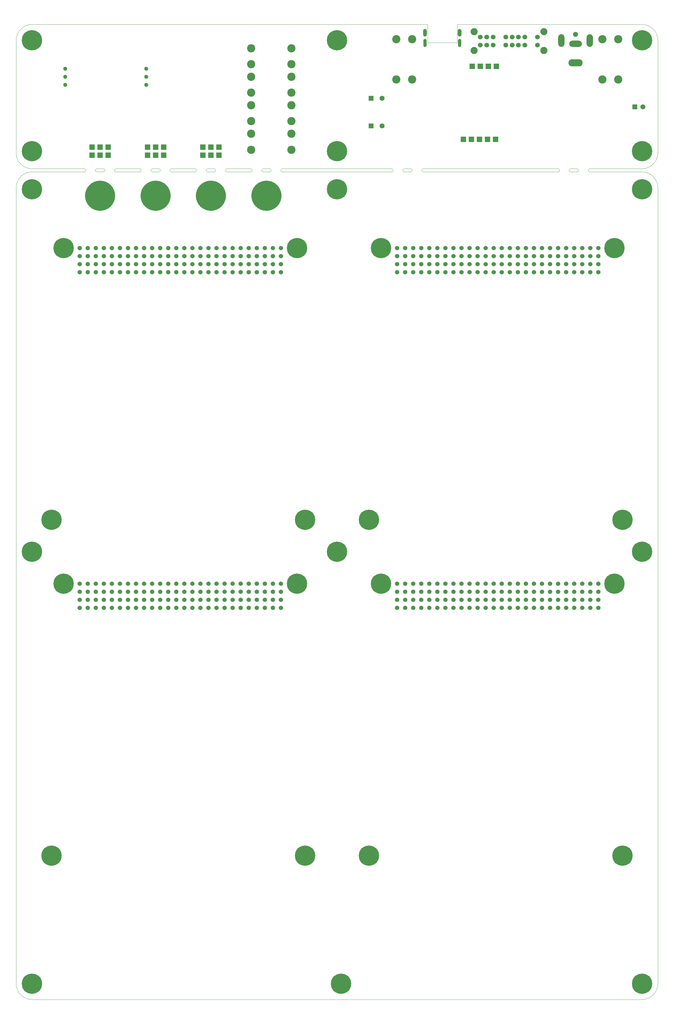
<source format=gbr>
G04 #@! TF.GenerationSoftware,KiCad,Pcbnew,(5.1.6)-1*
G04 #@! TF.CreationDate,2020-08-26T11:46:56+02:00*
G04 #@! TF.ProjectId,element_foxtrot,656c656d-656e-4745-9f66-6f7874726f74,v1.0*
G04 #@! TF.SameCoordinates,Original*
G04 #@! TF.FileFunction,Soldermask,Bot*
G04 #@! TF.FilePolarity,Negative*
%FSLAX46Y46*%
G04 Gerber Fmt 4.6, Leading zero omitted, Abs format (unit mm)*
G04 Created by KiCad (PCBNEW (5.1.6)-1) date 2020-08-26 11:46:56*
%MOMM*%
%LPD*%
G01*
G04 APERTURE LIST*
G04 #@! TA.AperFunction,Profile*
%ADD10C,0.050000*%
G04 #@! TD*
%ADD11C,1.500000*%
%ADD12C,2.250000*%
%ADD13C,1.300000*%
%ADD14C,1.365000*%
%ADD15C,0.800000*%
%ADD16C,6.400000*%
%ADD17R,1.750000X1.750000*%
%ADD18O,1.100000X2.550000*%
%ADD19O,1.200000X2.400000*%
%ADD20C,2.600000*%
%ADD21C,1.600000*%
%ADD22R,1.600000X1.600000*%
%ADD23O,4.500000X2.250000*%
%ADD24O,4.000000X2.000000*%
%ADD25O,2.000000X4.000000*%
%ADD26C,9.520000*%
G04 APERTURE END LIST*
D10*
X109000000Y-79000000D02*
X143500000Y-79000000D01*
X143500000Y-78000000D02*
X109000000Y-78000000D01*
X200000000Y-79000000D02*
X202000000Y-79000000D01*
X196000000Y-78000000D02*
X153500000Y-78000000D01*
X147500000Y-79000000D02*
G75*
G02*
X147500000Y-78000000I0J500000D01*
G01*
X153500000Y-79000000D02*
X196000000Y-79000000D01*
X200000000Y-79000000D02*
G75*
G02*
X200000000Y-78000000I0J500000D01*
G01*
X147500000Y-79000000D02*
X149500000Y-79000000D01*
X196000000Y-78000000D02*
G75*
G02*
X196000000Y-79000000I0J-500000D01*
G01*
X143500000Y-78000000D02*
G75*
G02*
X143500000Y-79000000I0J-500000D01*
G01*
X202000000Y-78000000D02*
G75*
G02*
X202000000Y-79000000I0J-500000D01*
G01*
X206000000Y-79000000D02*
G75*
G02*
X206000000Y-78000000I0J500000D01*
G01*
X153500000Y-79000000D02*
G75*
G02*
X153500000Y-78000000I0J500000D01*
G01*
X206000000Y-79000000D02*
X222500000Y-79000000D01*
X222500000Y-78000000D02*
X206000000Y-78000000D01*
X149500000Y-78000000D02*
G75*
G02*
X149500000Y-79000000I0J-500000D01*
G01*
X149500000Y-78000000D02*
X147500000Y-78000000D01*
X202000000Y-78000000D02*
X200000000Y-78000000D01*
X25000000Y-84000000D02*
G75*
G02*
X30000000Y-79000000I5000000J0D01*
G01*
X30000000Y-78000000D02*
G75*
G02*
X25000000Y-73000000I0J5000000D01*
G01*
X227500000Y-335000000D02*
G75*
G02*
X222500000Y-340000000I-5000000J0D01*
G01*
X30000000Y-340000000D02*
G75*
G02*
X25000000Y-335000000I0J5000000D01*
G01*
X99000000Y-78000000D02*
G75*
G02*
X99000000Y-79000000I0J-500000D01*
G01*
X99000000Y-78000000D02*
X91500000Y-78000000D01*
X91500000Y-79000000D02*
G75*
G02*
X91500000Y-78000000I0J500000D01*
G01*
X91500000Y-79000000D02*
X99000000Y-79000000D01*
X81500000Y-78000000D02*
X74000000Y-78000000D01*
X81500000Y-78000000D02*
G75*
G02*
X81500000Y-79000000I0J-500000D01*
G01*
X74000000Y-79000000D02*
G75*
G02*
X74000000Y-78000000I0J500000D01*
G01*
X74000000Y-79000000D02*
X81500000Y-79000000D01*
X50500000Y-79000000D02*
X52500000Y-79000000D01*
X70000000Y-78000000D02*
X68000000Y-78000000D01*
X56500000Y-79000000D02*
X64000000Y-79000000D01*
X68000000Y-79000000D02*
X70000000Y-79000000D01*
X46500000Y-78000000D02*
G75*
G02*
X46500000Y-79000000I0J-500000D01*
G01*
X70000000Y-78000000D02*
G75*
G02*
X70000000Y-79000000I0J-500000D01*
G01*
X52500000Y-78000000D02*
X50500000Y-78000000D01*
X85500000Y-79000000D02*
X87500000Y-79000000D01*
X50500000Y-79000000D02*
G75*
G02*
X50500000Y-78000000I0J500000D01*
G01*
X87500000Y-78000000D02*
X85500000Y-78000000D01*
X68000000Y-79000000D02*
G75*
G02*
X68000000Y-78000000I0J500000D01*
G01*
X46500000Y-78000000D02*
X30000000Y-78000000D01*
X64000000Y-78000000D02*
G75*
G02*
X64000000Y-79000000I0J-500000D01*
G01*
X56500000Y-79000000D02*
G75*
G02*
X56500000Y-78000000I0J500000D01*
G01*
X64000000Y-78000000D02*
X56500000Y-78000000D01*
X30000000Y-79000000D02*
X46500000Y-79000000D01*
X109000000Y-79000000D02*
G75*
G02*
X109000000Y-78000000I0J500000D01*
G01*
X103000000Y-79000000D02*
G75*
G02*
X103000000Y-78000000I0J500000D01*
G01*
X103000000Y-79000000D02*
X105000000Y-79000000D01*
X105000000Y-78000000D02*
X103000000Y-78000000D01*
X52500000Y-78000000D02*
G75*
G02*
X52500000Y-79000000I0J-500000D01*
G01*
X87500000Y-78000000D02*
G75*
G02*
X87500000Y-79000000I0J-500000D01*
G01*
X85500000Y-79000000D02*
G75*
G02*
X85500000Y-78000000I0J500000D01*
G01*
X105000000Y-78000000D02*
G75*
G02*
X105000000Y-79000000I0J-500000D01*
G01*
X25000000Y-73000000D02*
X25000000Y-37500000D01*
X25000000Y-37500000D02*
G75*
G02*
X30000000Y-32500000I5000000J0D01*
G01*
X227500000Y-84000000D02*
X227500000Y-335000000D01*
X222500000Y-79000000D02*
G75*
G02*
X227500000Y-84000000I0J-5000000D01*
G01*
X227500000Y-73000000D02*
G75*
G02*
X222500000Y-78000000I-5000000J0D01*
G01*
X222500000Y-32500000D02*
G75*
G02*
X227500000Y-37500000I0J-5000000D01*
G01*
X154830000Y-38220000D02*
X154830000Y-32500000D01*
X164180000Y-38220000D02*
X154830000Y-38220000D01*
X164180000Y-32500000D02*
X164180000Y-38220000D01*
X164180000Y-32500000D02*
X222500000Y-32500000D01*
X30000000Y-32500000D02*
X154830000Y-32500000D01*
X25000000Y-335000000D02*
X25000000Y-84000000D01*
X222500000Y-340000000D02*
X30000000Y-340000000D01*
X227500000Y-37500000D02*
X227500000Y-73000000D01*
D11*
X189500000Y-36500000D03*
X185500000Y-36500000D03*
X183500000Y-36500000D03*
X181500000Y-36500000D03*
X179500000Y-36500000D03*
X175500000Y-36500000D03*
X173500000Y-36500000D03*
X171500000Y-36500000D03*
X189500000Y-39000000D03*
X185500000Y-39000000D03*
X183500000Y-39000000D03*
X181500000Y-39000000D03*
X179500000Y-39000000D03*
X175500000Y-39000000D03*
X173500000Y-39000000D03*
X171500000Y-39000000D03*
D12*
X191500000Y-40750000D03*
X191500000Y-34750000D03*
X169500000Y-34750000D03*
X169500000Y-40750000D03*
D13*
X40480000Y-51590000D03*
X40480000Y-49050000D03*
X40480000Y-46510000D03*
X66040000Y-51590000D03*
X66040000Y-49050000D03*
X66040000Y-46510000D03*
D14*
X185865000Y-216515000D03*
X193485000Y-213975000D03*
X150305000Y-213975000D03*
X152845000Y-216515000D03*
X157925000Y-216515000D03*
X196025000Y-213975000D03*
X160465000Y-216515000D03*
X198565000Y-213975000D03*
X160465000Y-213975000D03*
X163005000Y-213975000D03*
X168085000Y-216515000D03*
X175705000Y-216515000D03*
X190945000Y-213975000D03*
X165545000Y-213975000D03*
X165545000Y-216515000D03*
X203645000Y-216515000D03*
X188405000Y-216515000D03*
X206185000Y-216515000D03*
X173165000Y-216515000D03*
X175705000Y-213975000D03*
X183325000Y-213975000D03*
X152845000Y-213975000D03*
X203645000Y-213975000D03*
X145225000Y-213975000D03*
X201105000Y-213975000D03*
X147765000Y-213975000D03*
X180785000Y-213975000D03*
X196025000Y-216515000D03*
X180785000Y-216515000D03*
X185865000Y-213975000D03*
X163005000Y-216515000D03*
X157925000Y-213975000D03*
X178245000Y-216515000D03*
X170625000Y-216515000D03*
X155385000Y-216515000D03*
X170625000Y-213975000D03*
X193485000Y-216515000D03*
X150305000Y-216515000D03*
X206185000Y-213975000D03*
X208725000Y-216515000D03*
X188405000Y-213975000D03*
X201105000Y-216515000D03*
X190945000Y-216515000D03*
X145225000Y-216515000D03*
X155385000Y-213975000D03*
X178245000Y-213975000D03*
X183325000Y-216515000D03*
X173165000Y-213975000D03*
X208725000Y-213975000D03*
X198565000Y-216515000D03*
X147765000Y-216515000D03*
X168085000Y-213975000D03*
X185865000Y-211435000D03*
X193485000Y-208895000D03*
X150305000Y-208895000D03*
X152845000Y-211435000D03*
X157925000Y-211435000D03*
X196025000Y-208895000D03*
X160465000Y-211435000D03*
X198565000Y-208895000D03*
X160465000Y-208895000D03*
X163005000Y-208895000D03*
X168085000Y-211435000D03*
X175705000Y-211435000D03*
X190945000Y-208895000D03*
X165545000Y-208895000D03*
X165545000Y-211435000D03*
X203645000Y-211435000D03*
X188405000Y-211435000D03*
X206185000Y-211435000D03*
X173165000Y-211435000D03*
X175705000Y-208895000D03*
X183325000Y-208895000D03*
X152845000Y-208895000D03*
X203645000Y-208895000D03*
X145225000Y-208895000D03*
X201105000Y-208895000D03*
X147765000Y-208895000D03*
X180785000Y-208895000D03*
X196025000Y-211435000D03*
X180785000Y-211435000D03*
X185865000Y-208895000D03*
X163005000Y-211435000D03*
X157925000Y-208895000D03*
X178245000Y-211435000D03*
X170625000Y-211435000D03*
X155385000Y-211435000D03*
X170625000Y-208895000D03*
X193485000Y-211435000D03*
X150305000Y-211435000D03*
X206185000Y-208895000D03*
X208725000Y-211435000D03*
X188405000Y-208895000D03*
X201105000Y-211435000D03*
X190945000Y-211435000D03*
X145225000Y-211435000D03*
X155385000Y-208895000D03*
X178245000Y-208895000D03*
X183325000Y-211435000D03*
X173165000Y-208895000D03*
X208725000Y-208895000D03*
X198565000Y-211435000D03*
X147765000Y-211435000D03*
X168085000Y-208895000D03*
D15*
X216345000Y-292220000D03*
X218042056Y-292922944D03*
X216345000Y-297020000D03*
X214647944Y-296317056D03*
X213945000Y-294620000D03*
X218745000Y-294620000D03*
X218042056Y-296317056D03*
X136335000Y-292220000D03*
X214647944Y-292922944D03*
D16*
X216345000Y-294620000D03*
D15*
X138032056Y-292922944D03*
X138032056Y-296317056D03*
X136335000Y-297020000D03*
X134637944Y-292922944D03*
X133935000Y-294620000D03*
X134637944Y-296317056D03*
D16*
X136335000Y-294620000D03*
D15*
X138735000Y-294620000D03*
X216205000Y-208895000D03*
X215502056Y-210592056D03*
X213805000Y-206495000D03*
X212107944Y-210592056D03*
X211405000Y-208895000D03*
X215502056Y-207197944D03*
X213805000Y-211295000D03*
X212107944Y-207197944D03*
D16*
X213805000Y-208895000D03*
D15*
X141842056Y-207197944D03*
X138447944Y-207197944D03*
X137745000Y-208895000D03*
X138447944Y-210592056D03*
D16*
X140145000Y-208895000D03*
D15*
X140145000Y-211295000D03*
X140145000Y-206495000D03*
X141842056Y-210592056D03*
X142545000Y-208895000D03*
D14*
X85695000Y-110635000D03*
X93315000Y-108095000D03*
X50135000Y-108095000D03*
X52675000Y-110635000D03*
X57755000Y-110635000D03*
X95855000Y-108095000D03*
X60295000Y-110635000D03*
X98395000Y-108095000D03*
X60295000Y-108095000D03*
X62835000Y-108095000D03*
X67915000Y-110635000D03*
X75535000Y-110635000D03*
X90775000Y-108095000D03*
X65375000Y-108095000D03*
X65375000Y-110635000D03*
X103475000Y-110635000D03*
X88235000Y-110635000D03*
X106015000Y-110635000D03*
X72995000Y-110635000D03*
X75535000Y-108095000D03*
X83155000Y-108095000D03*
X52675000Y-108095000D03*
X103475000Y-108095000D03*
X45055000Y-108095000D03*
X100935000Y-108095000D03*
X47595000Y-108095000D03*
X80615000Y-108095000D03*
X95855000Y-110635000D03*
X80615000Y-110635000D03*
X85695000Y-108095000D03*
X62835000Y-110635000D03*
X57755000Y-108095000D03*
X78075000Y-110635000D03*
X70455000Y-110635000D03*
X55215000Y-110635000D03*
X70455000Y-108095000D03*
X93315000Y-110635000D03*
X50135000Y-110635000D03*
X106015000Y-108095000D03*
X108555000Y-110635000D03*
X88235000Y-108095000D03*
X100935000Y-110635000D03*
X90775000Y-110635000D03*
X45055000Y-110635000D03*
X55215000Y-108095000D03*
X78075000Y-108095000D03*
X83155000Y-110635000D03*
X72995000Y-108095000D03*
X108555000Y-108095000D03*
X98395000Y-110635000D03*
X47595000Y-110635000D03*
X67915000Y-108095000D03*
X85695000Y-105555000D03*
X93315000Y-103015000D03*
X50135000Y-103015000D03*
X52675000Y-105555000D03*
X57755000Y-105555000D03*
X95855000Y-103015000D03*
X60295000Y-105555000D03*
X98395000Y-103015000D03*
X60295000Y-103015000D03*
X62835000Y-103015000D03*
X67915000Y-105555000D03*
X75535000Y-105555000D03*
X90775000Y-103015000D03*
X65375000Y-103015000D03*
X65375000Y-105555000D03*
X103475000Y-105555000D03*
X88235000Y-105555000D03*
X106015000Y-105555000D03*
X72995000Y-105555000D03*
X75535000Y-103015000D03*
X83155000Y-103015000D03*
X52675000Y-103015000D03*
X103475000Y-103015000D03*
X45055000Y-103015000D03*
X100935000Y-103015000D03*
X47595000Y-103015000D03*
X80615000Y-103015000D03*
X95855000Y-105555000D03*
X80615000Y-105555000D03*
X85695000Y-103015000D03*
X62835000Y-105555000D03*
X57755000Y-103015000D03*
X78075000Y-105555000D03*
X70455000Y-105555000D03*
X55215000Y-105555000D03*
X70455000Y-103015000D03*
X93315000Y-105555000D03*
X50135000Y-105555000D03*
X106015000Y-103015000D03*
X108555000Y-105555000D03*
X88235000Y-103015000D03*
X100935000Y-105555000D03*
X90775000Y-105555000D03*
X45055000Y-105555000D03*
X55215000Y-103015000D03*
X78075000Y-103015000D03*
X83155000Y-105555000D03*
X72995000Y-103015000D03*
X108555000Y-103015000D03*
X98395000Y-105555000D03*
X47595000Y-105555000D03*
X67915000Y-103015000D03*
D15*
X116175000Y-186340000D03*
X117872056Y-187042944D03*
X116175000Y-191140000D03*
X114477944Y-190437056D03*
X113775000Y-188740000D03*
X118575000Y-188740000D03*
X117872056Y-190437056D03*
X36165000Y-186340000D03*
X114477944Y-187042944D03*
D16*
X116175000Y-188740000D03*
D15*
X37862056Y-187042944D03*
X37862056Y-190437056D03*
X36165000Y-191140000D03*
X34467944Y-187042944D03*
X33765000Y-188740000D03*
X34467944Y-190437056D03*
D16*
X36165000Y-188740000D03*
D15*
X38565000Y-188740000D03*
X116035000Y-103015000D03*
X115332056Y-104712056D03*
X113635000Y-100615000D03*
X111937944Y-104712056D03*
X111235000Y-103015000D03*
X115332056Y-101317944D03*
X113635000Y-105415000D03*
X111937944Y-101317944D03*
D16*
X113635000Y-103015000D03*
D15*
X41672056Y-101317944D03*
X38277944Y-101317944D03*
X37575000Y-103015000D03*
X38277944Y-104712056D03*
D16*
X39975000Y-103015000D03*
D15*
X39975000Y-105415000D03*
X39975000Y-100615000D03*
X41672056Y-104712056D03*
X42375000Y-103015000D03*
D16*
X222500000Y-335000000D03*
D15*
X224900000Y-335000000D03*
X224197056Y-336697056D03*
X222500000Y-337400000D03*
X220802944Y-336697056D03*
X220100000Y-335000000D03*
X220802944Y-333302944D03*
X222500000Y-332600000D03*
X224197056Y-333302944D03*
D16*
X127500000Y-335000000D03*
D15*
X129900000Y-335000000D03*
X129197056Y-336697056D03*
X127500000Y-337400000D03*
X125802944Y-336697056D03*
X125100000Y-335000000D03*
X125802944Y-333302944D03*
X127500000Y-332600000D03*
X129197056Y-333302944D03*
D16*
X30000000Y-335000000D03*
D15*
X32400000Y-335000000D03*
X31697056Y-336697056D03*
X30000000Y-337400000D03*
X28302944Y-336697056D03*
X27600000Y-335000000D03*
X28302944Y-333302944D03*
X30000000Y-332600000D03*
X31697056Y-333302944D03*
D14*
X185865000Y-110635000D03*
X193485000Y-108095000D03*
X150305000Y-108095000D03*
X152845000Y-110635000D03*
X157925000Y-110635000D03*
X196025000Y-108095000D03*
X160465000Y-110635000D03*
X198565000Y-108095000D03*
X160465000Y-108095000D03*
X163005000Y-108095000D03*
X168085000Y-110635000D03*
X175705000Y-110635000D03*
X190945000Y-108095000D03*
X165545000Y-108095000D03*
X165545000Y-110635000D03*
X203645000Y-110635000D03*
X188405000Y-110635000D03*
X206185000Y-110635000D03*
X173165000Y-110635000D03*
X175705000Y-108095000D03*
X183325000Y-108095000D03*
X152845000Y-108095000D03*
X203645000Y-108095000D03*
X145225000Y-108095000D03*
X201105000Y-108095000D03*
X147765000Y-108095000D03*
X180785000Y-108095000D03*
X196025000Y-110635000D03*
X180785000Y-110635000D03*
X185865000Y-108095000D03*
X163005000Y-110635000D03*
X157925000Y-108095000D03*
X178245000Y-110635000D03*
X170625000Y-110635000D03*
X155385000Y-110635000D03*
X170625000Y-108095000D03*
X193485000Y-110635000D03*
X150305000Y-110635000D03*
X206185000Y-108095000D03*
X208725000Y-110635000D03*
X188405000Y-108095000D03*
X201105000Y-110635000D03*
X190945000Y-110635000D03*
X145225000Y-110635000D03*
X155385000Y-108095000D03*
X178245000Y-108095000D03*
X183325000Y-110635000D03*
X173165000Y-108095000D03*
X208725000Y-108095000D03*
X198565000Y-110635000D03*
X147765000Y-110635000D03*
X168085000Y-108095000D03*
X185865000Y-105555000D03*
X193485000Y-103015000D03*
X150305000Y-103015000D03*
X152845000Y-105555000D03*
X157925000Y-105555000D03*
X196025000Y-103015000D03*
X160465000Y-105555000D03*
X198565000Y-103015000D03*
X160465000Y-103015000D03*
X163005000Y-103015000D03*
X168085000Y-105555000D03*
X175705000Y-105555000D03*
X190945000Y-103015000D03*
X165545000Y-103015000D03*
X165545000Y-105555000D03*
X203645000Y-105555000D03*
X188405000Y-105555000D03*
X206185000Y-105555000D03*
X173165000Y-105555000D03*
X175705000Y-103015000D03*
X183325000Y-103015000D03*
X152845000Y-103015000D03*
X203645000Y-103015000D03*
X145225000Y-103015000D03*
X201105000Y-103015000D03*
X147765000Y-103015000D03*
X180785000Y-103015000D03*
X196025000Y-105555000D03*
X180785000Y-105555000D03*
X185865000Y-103015000D03*
X163005000Y-105555000D03*
X157925000Y-103015000D03*
X178245000Y-105555000D03*
X170625000Y-105555000D03*
X155385000Y-105555000D03*
X170625000Y-103015000D03*
X193485000Y-105555000D03*
X150305000Y-105555000D03*
X206185000Y-103015000D03*
X208725000Y-105555000D03*
X188405000Y-103015000D03*
X201105000Y-105555000D03*
X190945000Y-105555000D03*
X145225000Y-105555000D03*
X155385000Y-103015000D03*
X178245000Y-103015000D03*
X183325000Y-105555000D03*
X173165000Y-103015000D03*
X208725000Y-103015000D03*
X198565000Y-105555000D03*
X147765000Y-105555000D03*
X168085000Y-103015000D03*
D15*
X216345000Y-186340000D03*
X218042056Y-187042944D03*
X216345000Y-191140000D03*
X214647944Y-190437056D03*
X213945000Y-188740000D03*
X218745000Y-188740000D03*
X218042056Y-190437056D03*
X136335000Y-186340000D03*
X214647944Y-187042944D03*
D16*
X216345000Y-188740000D03*
D15*
X138032056Y-187042944D03*
X138032056Y-190437056D03*
X136335000Y-191140000D03*
X134637944Y-187042944D03*
X133935000Y-188740000D03*
X134637944Y-190437056D03*
D16*
X136335000Y-188740000D03*
D15*
X138735000Y-188740000D03*
X216205000Y-103015000D03*
X215502056Y-104712056D03*
X213805000Y-100615000D03*
X212107944Y-104712056D03*
X211405000Y-103015000D03*
X215502056Y-101317944D03*
X213805000Y-105415000D03*
X212107944Y-101317944D03*
D16*
X213805000Y-103015000D03*
D15*
X141842056Y-101317944D03*
X138447944Y-101317944D03*
X137745000Y-103015000D03*
X138447944Y-104712056D03*
D16*
X140145000Y-103015000D03*
D15*
X140145000Y-105415000D03*
X140145000Y-100615000D03*
X141842056Y-104712056D03*
X142545000Y-103015000D03*
D14*
X85695000Y-216515000D03*
X93315000Y-213975000D03*
X50135000Y-213975000D03*
X52675000Y-216515000D03*
X57755000Y-216515000D03*
X95855000Y-213975000D03*
X60295000Y-216515000D03*
X98395000Y-213975000D03*
X60295000Y-213975000D03*
X62835000Y-213975000D03*
X67915000Y-216515000D03*
X75535000Y-216515000D03*
X90775000Y-213975000D03*
X65375000Y-213975000D03*
X65375000Y-216515000D03*
X103475000Y-216515000D03*
X88235000Y-216515000D03*
X106015000Y-216515000D03*
X72995000Y-216515000D03*
X75535000Y-213975000D03*
X83155000Y-213975000D03*
X52675000Y-213975000D03*
X103475000Y-213975000D03*
X45055000Y-213975000D03*
X100935000Y-213975000D03*
X47595000Y-213975000D03*
X80615000Y-213975000D03*
X95855000Y-216515000D03*
X80615000Y-216515000D03*
X85695000Y-213975000D03*
X62835000Y-216515000D03*
X57755000Y-213975000D03*
X78075000Y-216515000D03*
X70455000Y-216515000D03*
X55215000Y-216515000D03*
X70455000Y-213975000D03*
X93315000Y-216515000D03*
X50135000Y-216515000D03*
X106015000Y-213975000D03*
X108555000Y-216515000D03*
X88235000Y-213975000D03*
X100935000Y-216515000D03*
X90775000Y-216515000D03*
X45055000Y-216515000D03*
X55215000Y-213975000D03*
X78075000Y-213975000D03*
X83155000Y-216515000D03*
X72995000Y-213975000D03*
X108555000Y-213975000D03*
X98395000Y-216515000D03*
X47595000Y-216515000D03*
X67915000Y-213975000D03*
X85695000Y-211435000D03*
X93315000Y-208895000D03*
X50135000Y-208895000D03*
X52675000Y-211435000D03*
X57755000Y-211435000D03*
X95855000Y-208895000D03*
X60295000Y-211435000D03*
X98395000Y-208895000D03*
X60295000Y-208895000D03*
X62835000Y-208895000D03*
X67915000Y-211435000D03*
X75535000Y-211435000D03*
X90775000Y-208895000D03*
X65375000Y-208895000D03*
X65375000Y-211435000D03*
X103475000Y-211435000D03*
X88235000Y-211435000D03*
X106015000Y-211435000D03*
X72995000Y-211435000D03*
X75535000Y-208895000D03*
X83155000Y-208895000D03*
X52675000Y-208895000D03*
X103475000Y-208895000D03*
X45055000Y-208895000D03*
X100935000Y-208895000D03*
X47595000Y-208895000D03*
X80615000Y-208895000D03*
X95855000Y-211435000D03*
X80615000Y-211435000D03*
X85695000Y-208895000D03*
X62835000Y-211435000D03*
X57755000Y-208895000D03*
X78075000Y-211435000D03*
X70455000Y-211435000D03*
X55215000Y-211435000D03*
X70455000Y-208895000D03*
X93315000Y-211435000D03*
X50135000Y-211435000D03*
X106015000Y-208895000D03*
X108555000Y-211435000D03*
X88235000Y-208895000D03*
X100935000Y-211435000D03*
X90775000Y-211435000D03*
X45055000Y-211435000D03*
X55215000Y-208895000D03*
X78075000Y-208895000D03*
X83155000Y-211435000D03*
X72995000Y-208895000D03*
X108555000Y-208895000D03*
X98395000Y-211435000D03*
X47595000Y-211435000D03*
X67915000Y-208895000D03*
D15*
X116175000Y-292220000D03*
X117872056Y-292922944D03*
X116175000Y-297020000D03*
X114477944Y-296317056D03*
X113775000Y-294620000D03*
X118575000Y-294620000D03*
X117872056Y-296317056D03*
X36165000Y-292220000D03*
X114477944Y-292922944D03*
D16*
X116175000Y-294620000D03*
D15*
X37862056Y-292922944D03*
X37862056Y-296317056D03*
X36165000Y-297020000D03*
X34467944Y-292922944D03*
X33765000Y-294620000D03*
X34467944Y-296317056D03*
D16*
X36165000Y-294620000D03*
D15*
X38565000Y-294620000D03*
X116035000Y-208895000D03*
X115332056Y-210592056D03*
X113635000Y-206495000D03*
X111937944Y-210592056D03*
X111235000Y-208895000D03*
X115332056Y-207197944D03*
X113635000Y-211295000D03*
X111937944Y-207197944D03*
D16*
X113635000Y-208895000D03*
D15*
X41672056Y-207197944D03*
X38277944Y-207197944D03*
X37575000Y-208895000D03*
X38277944Y-210592056D03*
D16*
X39975000Y-208895000D03*
D15*
X39975000Y-211295000D03*
X39975000Y-206495000D03*
X41672056Y-210592056D03*
X42375000Y-208895000D03*
D17*
X48960000Y-73770000D03*
X48960000Y-71230000D03*
X51500000Y-73770000D03*
X54040000Y-73770000D03*
X51500000Y-71230000D03*
X54040000Y-71230000D03*
X66460000Y-73770000D03*
X66460000Y-71230000D03*
X69000000Y-73770000D03*
X71540000Y-73770000D03*
X69000000Y-71230000D03*
X71540000Y-71230000D03*
X83960000Y-73770000D03*
X83960000Y-71230000D03*
X86500000Y-73770000D03*
X89040000Y-73770000D03*
X86500000Y-71230000D03*
X89040000Y-71230000D03*
D18*
X154050000Y-38350000D03*
X164950000Y-38350000D03*
D19*
X154050000Y-35120000D03*
X164950000Y-35120000D03*
D16*
X30000000Y-198750000D03*
D15*
X30000000Y-201150000D03*
X28302944Y-200447056D03*
X27600000Y-198750000D03*
X28302944Y-197052944D03*
X30000000Y-196350000D03*
X31697056Y-197052944D03*
X32400000Y-198750000D03*
X31697056Y-200447056D03*
D16*
X126250000Y-198750000D03*
D15*
X126250000Y-201150000D03*
X124552944Y-200447056D03*
X123850000Y-198750000D03*
X124552944Y-197052944D03*
X126250000Y-196350000D03*
X127947056Y-197052944D03*
X128650000Y-198750000D03*
X127947056Y-200447056D03*
D16*
X222500000Y-198750000D03*
D15*
X222500000Y-201150000D03*
X220802944Y-200447056D03*
X220100000Y-198750000D03*
X220802944Y-197052944D03*
X222500000Y-196350000D03*
X224197056Y-197052944D03*
X224900000Y-198750000D03*
X224197056Y-200447056D03*
D16*
X30000000Y-84500000D03*
D15*
X30000000Y-86900000D03*
X28302944Y-86197056D03*
X27600000Y-84500000D03*
X28302944Y-82802944D03*
X30000000Y-82100000D03*
X31697056Y-82802944D03*
X32400000Y-84500000D03*
X31697056Y-86197056D03*
D16*
X126250000Y-84500000D03*
D15*
X126250000Y-86900000D03*
X124552944Y-86197056D03*
X123850000Y-84500000D03*
X124552944Y-82802944D03*
X126250000Y-82100000D03*
X127947056Y-82802944D03*
X128650000Y-84500000D03*
X127947056Y-86197056D03*
D16*
X222500000Y-84500000D03*
D15*
X222500000Y-86900000D03*
X220802944Y-86197056D03*
X220100000Y-84500000D03*
X220802944Y-82802944D03*
X222500000Y-82100000D03*
X224197056Y-82802944D03*
X224900000Y-84500000D03*
X224197056Y-86197056D03*
D16*
X30000000Y-72500000D03*
D15*
X32400000Y-72500000D03*
X31697056Y-74197056D03*
X30000000Y-74900000D03*
X28302944Y-74197056D03*
X27600000Y-72500000D03*
X28302944Y-70802944D03*
X30000000Y-70100000D03*
X31697056Y-70802944D03*
D16*
X30000000Y-37500000D03*
D15*
X32400000Y-37500000D03*
X31697056Y-39197056D03*
X30000000Y-39900000D03*
X28302944Y-39197056D03*
X27600000Y-37500000D03*
X28302944Y-35802944D03*
X30000000Y-35100000D03*
X31697056Y-35802944D03*
D16*
X126250000Y-72500000D03*
D15*
X128650000Y-72500000D03*
X127947056Y-74197056D03*
X126250000Y-74900000D03*
X124552944Y-74197056D03*
X123850000Y-72500000D03*
X124552944Y-70802944D03*
X126250000Y-70100000D03*
X127947056Y-70802944D03*
D16*
X126250000Y-37500000D03*
D15*
X128650000Y-37500000D03*
X127947056Y-39197056D03*
X126250000Y-39900000D03*
X124552944Y-39197056D03*
X123850000Y-37500000D03*
X124552944Y-35802944D03*
X126250000Y-35100000D03*
X127947056Y-35802944D03*
D16*
X222500000Y-72500000D03*
D15*
X224900000Y-72500000D03*
X224197056Y-74197056D03*
X222500000Y-74900000D03*
X220802944Y-74197056D03*
X220100000Y-72500000D03*
X220802944Y-70802944D03*
X222500000Y-70100000D03*
X224197056Y-70802944D03*
D16*
X222500000Y-37500000D03*
D15*
X224900000Y-37500000D03*
X224197056Y-39197056D03*
X222500000Y-39900000D03*
X220802944Y-39197056D03*
X220100000Y-37500000D03*
X220802944Y-35802944D03*
X222500000Y-35100000D03*
X224197056Y-35802944D03*
D20*
X111850000Y-54000000D03*
X111850000Y-49000000D03*
X99150000Y-49000000D03*
X99150000Y-54000000D03*
X111850000Y-45000000D03*
X111850000Y-40000000D03*
X99150000Y-40000000D03*
X99150000Y-45000000D03*
X111850000Y-63000000D03*
X111850000Y-58000000D03*
X99150000Y-58000000D03*
X99150000Y-63000000D03*
X111850000Y-72000000D03*
X111850000Y-67000000D03*
X99150000Y-67000000D03*
X99150000Y-72000000D03*
X150000000Y-37150000D03*
X145000000Y-37150000D03*
X145000000Y-49850000D03*
X150000000Y-49850000D03*
X215000000Y-37150000D03*
X210000000Y-37150000D03*
X210000000Y-49850000D03*
X215000000Y-49850000D03*
D21*
X222750000Y-58500000D03*
D22*
X220250000Y-58500000D03*
D21*
X140500000Y-64500000D03*
D22*
X137000000Y-64500000D03*
D21*
X140500000Y-55750000D03*
D22*
X137000000Y-55750000D03*
D17*
X176560000Y-45750000D03*
X168940000Y-45750000D03*
X174020000Y-45750000D03*
X171480000Y-45750000D03*
X166170000Y-68750000D03*
X168710000Y-68750000D03*
X171250000Y-68750000D03*
X176330000Y-68750000D03*
X173790000Y-68750000D03*
D23*
X201500000Y-44620000D03*
D24*
X201500000Y-38620000D03*
D25*
X197000000Y-37620000D03*
X206000000Y-37620000D03*
D21*
X201500000Y-35620000D03*
D26*
X104000000Y-86500000D03*
X68995000Y-86500000D03*
X51495000Y-86500000D03*
X86495000Y-86500000D03*
M02*

</source>
